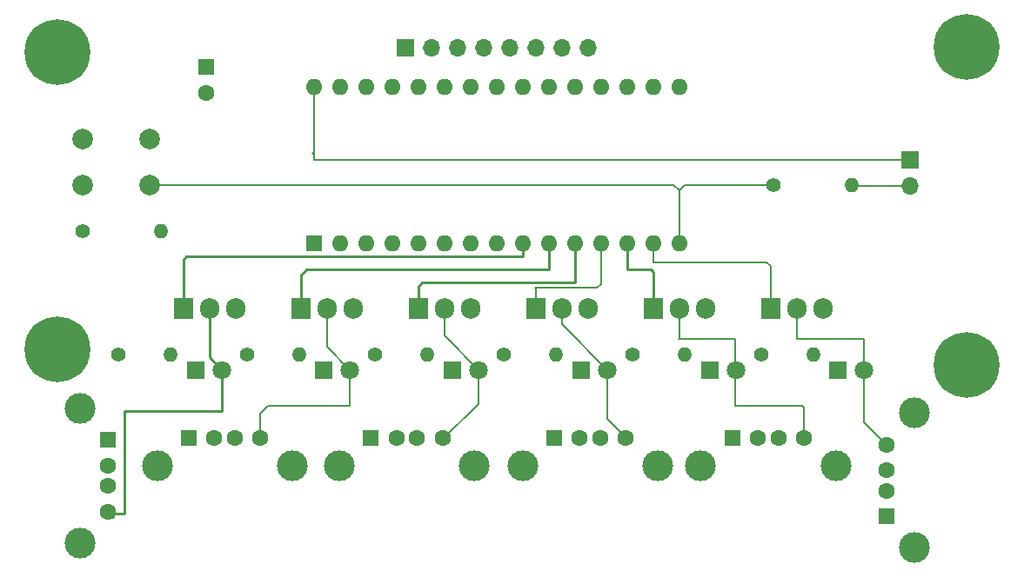
<source format=gbr>
%TF.GenerationSoftware,KiCad,Pcbnew,9.0.0*%
%TF.CreationDate,2025-04-09T17:10:58+10:00*%
%TF.ProjectId,ngmarquee.kicad_pcb_to220_usb_switch_1.1_m3,6e676d61-7271-4756-9565-2e6b69636164,rev?*%
%TF.SameCoordinates,Original*%
%TF.FileFunction,Copper,L1,Top*%
%TF.FilePolarity,Positive*%
%FSLAX46Y46*%
G04 Gerber Fmt 4.6, Leading zero omitted, Abs format (unit mm)*
G04 Created by KiCad (PCBNEW 9.0.0) date 2025-04-09 17:10:58*
%MOMM*%
%LPD*%
G01*
G04 APERTURE LIST*
%TA.AperFunction,ComponentPad*%
%ADD10C,1.400000*%
%TD*%
%TA.AperFunction,ComponentPad*%
%ADD11O,1.400000X1.400000*%
%TD*%
%TA.AperFunction,ComponentPad*%
%ADD12R,1.600000X1.500000*%
%TD*%
%TA.AperFunction,ComponentPad*%
%ADD13C,1.600000*%
%TD*%
%TA.AperFunction,ComponentPad*%
%ADD14C,3.000000*%
%TD*%
%TA.AperFunction,ComponentPad*%
%ADD15R,1.500000X1.600000*%
%TD*%
%TA.AperFunction,ComponentPad*%
%ADD16C,2.000000*%
%TD*%
%TA.AperFunction,ComponentPad*%
%ADD17R,1.800000X1.800000*%
%TD*%
%TA.AperFunction,ComponentPad*%
%ADD18C,1.800000*%
%TD*%
%TA.AperFunction,ComponentPad*%
%ADD19C,6.400000*%
%TD*%
%TA.AperFunction,ComponentPad*%
%ADD20R,1.905000X2.000000*%
%TD*%
%TA.AperFunction,ComponentPad*%
%ADD21O,1.905000X2.000000*%
%TD*%
%TA.AperFunction,ComponentPad*%
%ADD22R,1.600000X1.600000*%
%TD*%
%TA.AperFunction,ComponentPad*%
%ADD23O,1.600000X1.600000*%
%TD*%
%TA.AperFunction,ComponentPad*%
%ADD24R,1.700000X1.700000*%
%TD*%
%TA.AperFunction,ComponentPad*%
%ADD25O,1.700000X1.700000*%
%TD*%
%TA.AperFunction,Conductor*%
%ADD26C,0.200000*%
%TD*%
%TA.AperFunction,Conductor*%
%ADD27C,0.250000*%
%TD*%
G04 APERTURE END LIST*
D10*
%TO.P,R7,1*%
%TO.N,N/C*%
X141540000Y-92090000D03*
D11*
%TO.P,R7,2*%
X146620000Y-92090000D03*
%TD*%
D10*
%TO.P,R3,1*%
%TO.N,N/C*%
X91500000Y-92090000D03*
D11*
%TO.P,R3,2*%
X96580000Y-92090000D03*
%TD*%
D12*
%TO.P,CN4,1*%
%TO.N,N/C*%
X133880000Y-100230000D03*
D13*
%TO.P,CN4,2*%
X136380000Y-100230000D03*
%TO.P,CN4,3*%
X138380000Y-100230000D03*
%TO.P,CN4,4*%
X140880000Y-100230000D03*
D14*
%TO.P,CN4,5*%
X130810000Y-102940000D03*
X143950000Y-102940000D03*
%TD*%
D15*
%TO.P,CN6,1*%
%TO.N,N/C*%
X166200000Y-107860000D03*
D13*
%TO.P,CN6,2*%
X166200000Y-105360000D03*
%TO.P,CN6,3*%
X166200000Y-103360000D03*
%TO.P,CN6,4*%
X166200000Y-100860000D03*
D14*
%TO.P,CN6,5*%
X168910000Y-110930000D03*
X168910000Y-97790000D03*
%TD*%
D16*
%TO.P,REF\u002A\u002A,1*%
%TO.N,N/C*%
X88040000Y-71090000D03*
X94540000Y-71090000D03*
%TO.P,REF\u002A\u002A,2*%
X88040000Y-75590000D03*
X94540000Y-75590000D03*
%TD*%
D10*
%TO.P,R2,1*%
%TO.N,N/C*%
X155230000Y-75590000D03*
D11*
%TO.P,R2,2*%
X162850000Y-75590000D03*
%TD*%
D17*
%TO.P,D1,1*%
%TO.N,N/C*%
X99000000Y-93590000D03*
D18*
%TO.P,D1,2*%
X101540000Y-93590000D03*
%TD*%
D19*
%TO.P,REF\u002A\u002A,1*%
%TO.N,N/C*%
X85540000Y-62590000D03*
%TD*%
D17*
%TO.P,D6,1*%
%TO.N,N/C*%
X161540000Y-93590000D03*
D18*
%TO.P,D6,2*%
X164080000Y-93590000D03*
%TD*%
D17*
%TO.P,D5,1*%
%TO.N,N/C*%
X149040000Y-93590000D03*
D18*
%TO.P,D5,2*%
X151580000Y-93590000D03*
%TD*%
D12*
%TO.P,CN3,1*%
%TO.N,N/C*%
X116040000Y-100230000D03*
D13*
%TO.P,CN3,2*%
X118540000Y-100230000D03*
%TO.P,CN3,3*%
X120540000Y-100230000D03*
%TO.P,CN3,4*%
X123040000Y-100230000D03*
D14*
%TO.P,CN3,5*%
X112970000Y-102940000D03*
X126110000Y-102940000D03*
%TD*%
D20*
%TO.P,Q6,1*%
%TO.N,N/C*%
X154940000Y-87630000D03*
D21*
%TO.P,Q6,2*%
X157480000Y-87630000D03*
%TO.P,Q6,3*%
X160020000Y-87630000D03*
%TD*%
D22*
%TO.P,C1,1*%
%TO.N,N/C*%
X100040000Y-64090000D03*
D13*
%TO.P,C1,2*%
X100040000Y-66590000D03*
%TD*%
D19*
%TO.P,REF\u002A\u002A,1*%
%TO.N,N/C*%
X174040000Y-93090000D03*
%TD*%
D15*
%TO.P,CN1,1*%
%TO.N,N/C*%
X90450000Y-100420000D03*
D13*
%TO.P,CN1,2*%
X90450000Y-102920000D03*
%TO.P,CN1,3*%
X90450000Y-104920000D03*
%TO.P,CN1,4*%
X90450000Y-107420000D03*
D14*
%TO.P,CN1,5*%
X87740000Y-97350000D03*
X87740000Y-110490000D03*
%TD*%
D20*
%TO.P,Q2,1*%
%TO.N,N/C*%
X109220000Y-87630000D03*
D21*
%TO.P,Q2,2*%
X111760000Y-87630000D03*
%TO.P,Q2,3*%
X114300000Y-87630000D03*
%TD*%
D10*
%TO.P,R4,1*%
%TO.N,N/C*%
X104040000Y-92090000D03*
D11*
%TO.P,R4,2*%
X109120000Y-92090000D03*
%TD*%
D10*
%TO.P,R8,1*%
%TO.N,N/C*%
X154040000Y-92090000D03*
D11*
%TO.P,R8,2*%
X159120000Y-92090000D03*
%TD*%
D17*
%TO.P,D4,1*%
%TO.N,N/C*%
X136540000Y-93590000D03*
D18*
%TO.P,D4,2*%
X139080000Y-93590000D03*
%TD*%
D17*
%TO.P,D3,1*%
%TO.N,N/C*%
X124000000Y-93590000D03*
D18*
%TO.P,D3,2*%
X126540000Y-93590000D03*
%TD*%
D20*
%TO.P,Q5,1*%
%TO.N,N/C*%
X143510000Y-87630000D03*
D21*
%TO.P,Q5,2*%
X146050000Y-87630000D03*
%TO.P,Q5,3*%
X148590000Y-87630000D03*
%TD*%
D19*
%TO.P,REF\u002A\u002A,1*%
%TO.N,N/C*%
X174040000Y-62090000D03*
%TD*%
D10*
%TO.P,R1,1*%
%TO.N,N/C*%
X88040000Y-80090000D03*
D11*
%TO.P,R1,2*%
X95660000Y-80090000D03*
%TD*%
D10*
%TO.P,R5,1*%
%TO.N,N/C*%
X116500000Y-92090000D03*
D11*
%TO.P,R5,2*%
X121580000Y-92090000D03*
%TD*%
D20*
%TO.P,Q4,1*%
%TO.N,N/C*%
X132080000Y-87630000D03*
D21*
%TO.P,Q4,2*%
X134620000Y-87630000D03*
%TO.P,Q4,3*%
X137160000Y-87630000D03*
%TD*%
D12*
%TO.P,CN2,1*%
%TO.N,N/C*%
X98320000Y-100230000D03*
D13*
%TO.P,CN2,2*%
X100820000Y-100230000D03*
%TO.P,CN2,3*%
X102820000Y-100230000D03*
%TO.P,CN2,4*%
X105320000Y-100230000D03*
D14*
%TO.P,CN2,5*%
X95250000Y-102940000D03*
X108390000Y-102940000D03*
%TD*%
D12*
%TO.P,CN5,1*%
%TO.N,N/C*%
X151220000Y-100230000D03*
D13*
%TO.P,CN5,2*%
X153720000Y-100230000D03*
%TO.P,CN5,3*%
X155720000Y-100230000D03*
%TO.P,CN5,4*%
X158220000Y-100230000D03*
D14*
%TO.P,CN5,5*%
X148150000Y-102940000D03*
X161290000Y-102940000D03*
%TD*%
D20*
%TO.P,Q3,1*%
%TO.N,N/C*%
X120650000Y-87630000D03*
D21*
%TO.P,Q3,2*%
X123190000Y-87630000D03*
%TO.P,Q3,3*%
X125730000Y-87630000D03*
%TD*%
D19*
%TO.P,REF\u002A\u002A,1*%
%TO.N,N/C*%
X85540000Y-91590000D03*
%TD*%
D20*
%TO.P,Q1,1*%
%TO.N,N/C*%
X97790000Y-87630000D03*
D21*
%TO.P,Q1,2*%
X100330000Y-87630000D03*
%TO.P,Q1,3*%
X102870000Y-87630000D03*
%TD*%
D23*
%TO.P,A1,3V3 Out*%
%TO.N,N/C*%
X143510000Y-66040000D03*
%TO.P,A1,5V Out*%
X118110000Y-66040000D03*
%TO.P,A1,A0*%
X138430000Y-66040000D03*
%TO.P,A1,A1*%
X135890000Y-66040000D03*
%TO.P,A1,A2*%
X133350000Y-66040000D03*
%TO.P,A1,A3*%
X130810000Y-66040000D03*
%TO.P,A1,A4*%
X128270000Y-66040000D03*
%TO.P,A1,A5*%
X125730000Y-66040000D03*
%TO.P,A1,A6*%
X123190000Y-66040000D03*
%TO.P,A1,A7*%
X120650000Y-66040000D03*
%TO.P,A1,D2*%
X120650000Y-81280000D03*
%TO.P,A1,D3*%
X123190000Y-81280000D03*
%TO.P,A1,D4*%
X125730000Y-81280000D03*
%TO.P,A1,D5*%
X128270000Y-81280000D03*
%TO.P,A1,D6*%
X130810000Y-81280000D03*
%TO.P,A1,D7*%
X133350000Y-81280000D03*
%TO.P,A1,D8*%
X135890000Y-81280000D03*
%TO.P,A1,D9*%
X138430000Y-81280000D03*
%TO.P,A1,D10*%
X140970000Y-81280000D03*
%TO.P,A1,D11*%
X143510000Y-81280000D03*
%TO.P,A1,D12*%
X146050000Y-81280000D03*
%TO.P,A1,D13*%
X146050000Y-66040000D03*
%TO.P,A1,GND*%
X118110000Y-81280000D03*
X113030000Y-66040000D03*
%TO.P,A1,REF*%
X140970000Y-66040000D03*
%TO.P,A1,RST*%
X115570000Y-81280000D03*
X115570000Y-66040000D03*
%TO.P,A1,RX0*%
X113030000Y-81280000D03*
D22*
%TO.P,A1,TX1*%
X110490000Y-81280000D03*
D23*
%TO.P,A1,Vin*%
X110490000Y-66040000D03*
%TD*%
D10*
%TO.P,R6,1*%
%TO.N,N/C*%
X129000000Y-92090000D03*
D11*
%TO.P,R6,2*%
X134080000Y-92090000D03*
%TD*%
D24*
%TO.P,REF\u002A\u002A,1*%
%TO.N,N/C*%
X168540000Y-73090000D03*
D25*
%TO.P,REF\u002A\u002A,2*%
X168540000Y-75630000D03*
%TD*%
D24*
%TO.P,J1,1*%
%TO.N,N/C*%
X119380000Y-62230000D03*
D25*
%TO.P,J1,2*%
X121920000Y-62230000D03*
%TO.P,J1,3*%
X124460000Y-62230000D03*
%TO.P,J1,4*%
X127000000Y-62230000D03*
%TO.P,J1,5*%
X129540000Y-62230000D03*
%TO.P,J1,6*%
X132080000Y-62230000D03*
%TO.P,J1,7*%
X134620000Y-62230000D03*
%TO.P,J1,8*%
X137160000Y-62230000D03*
%TD*%
D17*
%TO.P,D2,1*%
%TO.N,N/C*%
X111500000Y-93590000D03*
D18*
%TO.P,D2,2*%
X114040000Y-93590000D03*
%TD*%
D26*
%TO.N,*%
X143540000Y-83090000D02*
X154540000Y-83090000D01*
X126540000Y-96890000D02*
X123100000Y-100330000D01*
D27*
X133350000Y-81280000D02*
X133350000Y-83820000D01*
D26*
X146050000Y-76100000D02*
X146050000Y-81280000D01*
X138430000Y-85200000D02*
X138040000Y-85590000D01*
X164040000Y-93590000D02*
X164040000Y-98700000D01*
D27*
X143510000Y-84120000D02*
X143510000Y-87630000D01*
D26*
X114040000Y-93590000D02*
X114040000Y-97090000D01*
X146050000Y-90580000D02*
X146040000Y-90590000D01*
X164040000Y-98700000D02*
X166200000Y-100860000D01*
D27*
X140970000Y-83820000D02*
X143270000Y-83820000D01*
D26*
X110390000Y-72490000D02*
X110490000Y-72590000D01*
X158220000Y-97270000D02*
X158220000Y-100160000D01*
D27*
X92040000Y-97590000D02*
X92040000Y-107590000D01*
X97790000Y-82840000D02*
X97790000Y-87630000D01*
D26*
X151540000Y-97090000D02*
X158040000Y-97090000D01*
D27*
X130810000Y-81280000D02*
X130810000Y-82550000D01*
X101540000Y-93590000D02*
X101540000Y-97590000D01*
X90620000Y-107590000D02*
X90450000Y-107420000D01*
X135890000Y-85090000D02*
X135890000Y-81280000D01*
D26*
X168540000Y-73090000D02*
X110540000Y-73090000D01*
D27*
X101540000Y-97590000D02*
X92040000Y-97590000D01*
D26*
X126540000Y-93590000D02*
X126540000Y-96890000D01*
X138040000Y-85590000D02*
X132040000Y-85590000D01*
X146050000Y-87630000D02*
X146050000Y-90580000D01*
X114040000Y-97090000D02*
X106040000Y-97090000D01*
X143510000Y-81280000D02*
X143510000Y-83060000D01*
X111760000Y-91310000D02*
X114040000Y-93590000D01*
X158040000Y-97090000D02*
X158220000Y-97270000D01*
D27*
X98080000Y-82550000D02*
X97790000Y-82840000D01*
D26*
X132040000Y-85590000D02*
X132080000Y-85630000D01*
D27*
X92040000Y-107590000D02*
X90620000Y-107590000D01*
D26*
X134620000Y-89170000D02*
X139040000Y-93590000D01*
X157480000Y-87630000D02*
X157480000Y-90530000D01*
X110490000Y-73040000D02*
X110490000Y-72590000D01*
D27*
X120650000Y-85480000D02*
X120650000Y-87630000D01*
X109220000Y-84410000D02*
X109220000Y-87630000D01*
D26*
X134620000Y-87630000D02*
X134620000Y-89170000D01*
X157480000Y-90530000D02*
X157540000Y-90590000D01*
X157540000Y-90590000D02*
X164040000Y-90590000D01*
X168540000Y-75630000D02*
X162890000Y-75630000D01*
X164040000Y-90590000D02*
X164040000Y-93590000D01*
X154540000Y-83090000D02*
X154940000Y-83490000D01*
D27*
X109810000Y-83820000D02*
X109220000Y-84410000D01*
X143270000Y-83820000D02*
X143540000Y-84090000D01*
D26*
X110540000Y-73090000D02*
X110490000Y-73040000D01*
X123190000Y-87630000D02*
X123190000Y-90240000D01*
X111760000Y-87630000D02*
X111760000Y-91310000D01*
X145540000Y-75590000D02*
X146050000Y-76100000D01*
X132080000Y-85630000D02*
X132080000Y-87630000D01*
D27*
X100330000Y-87630000D02*
X100330000Y-92380000D01*
X140970000Y-81280000D02*
X140970000Y-83820000D01*
X90980000Y-107950000D02*
X90450000Y-107420000D01*
X135890000Y-85090000D02*
X121040000Y-85090000D01*
X100330000Y-92380000D02*
X101540000Y-93590000D01*
D26*
X110490000Y-72590000D02*
X110490000Y-66040000D01*
X139040000Y-98320000D02*
X140880000Y-100160000D01*
X151540000Y-90590000D02*
X151540000Y-93590000D01*
D27*
X143540000Y-84090000D02*
X143510000Y-84120000D01*
D26*
X106040000Y-97090000D02*
X105320000Y-97810000D01*
D27*
X100040000Y-87920000D02*
X100330000Y-87630000D01*
X137160000Y-93980000D02*
X137160000Y-93710000D01*
D26*
X94540000Y-75590000D02*
X145540000Y-75590000D01*
D27*
X130810000Y-82550000D02*
X98080000Y-82550000D01*
D26*
X151540000Y-93590000D02*
X151540000Y-97090000D01*
D27*
X133350000Y-83820000D02*
X109810000Y-83820000D01*
D26*
X138430000Y-81280000D02*
X138430000Y-85200000D01*
X146560000Y-75590000D02*
X146050000Y-76100000D01*
X146040000Y-90590000D02*
X151540000Y-90590000D01*
X143510000Y-83060000D02*
X143540000Y-83090000D01*
X154940000Y-83490000D02*
X154940000Y-87630000D01*
X162890000Y-75630000D02*
X162850000Y-75590000D01*
X139040000Y-93590000D02*
X139040000Y-98320000D01*
D27*
X121040000Y-85090000D02*
X120650000Y-85480000D01*
D26*
X105320000Y-97810000D02*
X105320000Y-100330000D01*
X123190000Y-90240000D02*
X126540000Y-93590000D01*
X155230000Y-75590000D02*
X146560000Y-75590000D01*
%TD*%
M02*

</source>
